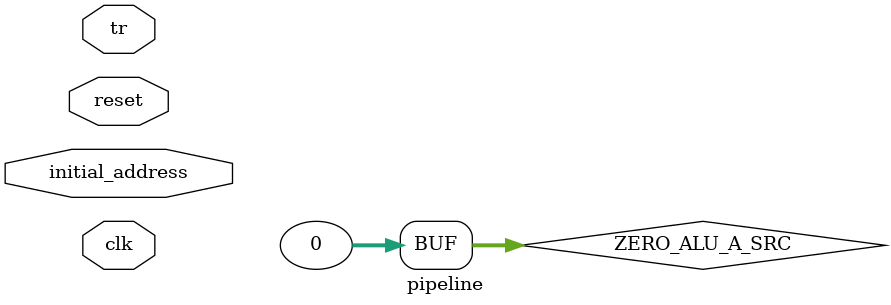
<source format=sv>
`include "../PC/pc.sv"
`include "../INSTRUCTION MEMORY/instruction_memory.sv"
`include "../UTILS/sum4.sv"
`include "../UTILS/mux.sv"
`include "../REGISTER FILE/register_file.sv"
`include "../IMM UNIT/imm_unit.sv"
`include "../DATA MEMORY/data_memory.sv"
`include "../CONTROL UNIT/control_unit.sv"
`include "../ALU/alu.sv"
`include "../DECODER/decoder.sv"
`include "../BRANCH UNIT/branch_unit.sv"
`include "../PIPELINE COMPONENTS/if_de.sv"
`include "../PIPELINE COMPONENTS/de_ex.sv"
`include "../PIPELINE COMPONENTS/ex_me.sv"
`include "../PIPELINE COMPONENTS/me_wb.sv"


module pipeline (
  input clk,
  input reset,
  input[31:0] initial_address,
  input tr //Poner en 1 tr si se quieren ver los registros.
);

  wire[31:0] NEXT_ADDRESS_PC;
  wire[31:0] ADDRESS_PC;
  wire[31:0] INSTRUCTION;
  wire[31:0] PC_PLUS_4;

  wire[6:0] OPCODE;
  wire[2:0] FUNCT3;
  wire[6:0] FUNCT7;
  wire[4:0] RS1;
  wire[4:0] RS2;
  wire[4:0] RD;
  wire[24:0] IMM_DATA;

  wire[31:0] REGISTER_DATA_1;
  wire[31:0] REGISTER_DATA_2;

  wire[31:0] IMM_EXT;

  wire RU_WRITE;
  wire[3:0] ALU_OP;
  wire[2:0] IMM_SRC;
  wire[1:0] ALU_A_SRC;
  wire ALU_B_SRC;
  wire DM_WRITE;
  wire[2:0] DM_CTRL;
  wire[4:0] BR_OP;
  wire[1:0] RU_DATA_SRC;

  wire[31:0] DATA_WRITE_REGISTER;

  reg[31:0] ZERO_ALU_A_SRC = 0;
  wire[31:0] A_DATA_ALU;
  wire[31:0] B_DATA_ALU;
  wire[31:0] RESULT_ALU;

  wire NEXT_PC_SRC;

  wire[31:0] DATA_MEMORY_READ;

  /*Pipeline wires*/

  wire[31:0] ADDRESS_PC_DE;
  wire[31:0] INSTRUCTION_DE;
  wire[31:0] PC_PLUS_4_DE;


  wire[31:0] PC_PLUS_4_EX;
  wire[31:0] ADDRESS_PC_EX;
  wire[31:0] REGISTER_DATA_1_EX;
  wire[31:0] REGISTER_DATA_2_EX;
  wire[31:0] IMM_EXT_EX;
  wire[4:0] RD_EX;
  wire[3:0] ALU_OP_EX;
  wire[1:0] ALU_A_SRC_EX;
  wire ALU_B_SRC_EX;
  wire DM_WRITE_EX;
  wire[2:0] DM_CTRL_EX;
  wire[4:0] BR_OP_EX;
  wire[1:0] RU_DATA_SRC_EX;
  wire RU_WRITE_EX;


  wire[31:0] PC_PLUS_4_ME;
  wire[31:0] RESULT_ALU_ME;
  wire[31:0] REGISTER_DATA_2_ME;
  wire[4:0] RD_ME;
  wire DM_WRITE_ME;
  wire[2:0] DM_CTRL_ME;
  wire[1:0] RU_DATA_SRC_ME;
  wire RU_WRITE_ME;

  wire[31:0] PC_PLUS_4_WB;
  wire[31:0] RESULT_ALU_WB;
  wire[31:0] DATA_MEMORY_READ_WB;
  wire[4:0] RD_WB;
  wire[1:0] RU_DATA_SRC_WB;
  wire RU_WRITE_WB;

  /*----------------------------------------------------------*/
  /*---------------------PIPELINE COMPONENTS-------------------*/

  if_de if_de(
    .incrementPCIn(PC_PLUS_4),
    .PCIn(ADDRESS_PC),
    .instructionIn(INSTRUCTION),
    .clk(clk),
    .PCOut(ADDRESS_PC_DE),
    .instructionOut(INSTRUCTION_DE),
    .incrementPCOut(PC_PLUS_4_DE)
  );

  de_ex de_ex(
    .incrementPCIn(PC_PLUS_4_DE),
    .PCIn(ADDRESS_PC_DE),
    .RS1In(REGISTER_DATA_1),
    .RS2In(REGISTER_DATA_2),
    .immExtIn(IMM_EXT),
    .rdIn(RD),
    .alu_opIn(ALU_OP),
    .alu_a_srcIn(ALU_A_SRC),
    .alu_b_srcIn(ALU_B_SRC),
    .dm_writeIn(DM_WRITE),
    .dm_ctrlIn(DM_CTRL),
    .br_opIn(BR_OP),
    .ru_data_srcIn(RU_DATA_SRC),
    .ru_writeIn(RU_WRITE),
    .clk(clk),

/*OUTPUT*/
    .incrementPCOut(PC_PLUS_4_EX),
    .PCOut(ADDRESS_PC_EX),
    .RS1Out(REGISTER_DATA_1_EX),
    .RS2Out(REGISTER_DATA_2_EX),
    .immExtOut(IMM_EXT_EX),
    .rdOut(RD_EX),
    .alu_opOut(ALU_OP_EX),
    .alu_a_srcOut(ALU_A_SRC_EX),
    .alu_b_srcOut(ALU_B_SRC_EX),
    .dm_writeOut(DM_WRITE_EX),
    .dm_ctrlOut(DM_CTRL_EX),
    .br_opOut(BR_OP_EX),
    .ru_data_srcOut(RU_DATA_SRC_EX),
    .ru_writeOut(RU_WRITE_EX)
  );
  
  ex_me ex_me(
    .incrementPCIn(PC_PLUS_4_EX),
    .ALUResIn(RESULT_ALU),
    .RS2In(REGISTER_DATA_2),
    .rdIn(RD),
    .dm_writeIn(DM_WRITE),
    .dm_ctrlIn(DM_CTRL),
    .ru_data_srcIn(RU_DATA_SRC),
    .ru_writeIn(RU_WRITE_EX),
    .clk(clk),

    .incrementPCOut(PC_PLUS_4_ME),
    .ALUResOut(RESULT_ALU_ME),
    .RS2Out(REGISTER_DATA_2_ME),
    .rdOut(RD_ME),
    .dm_writeOut(DM_WRITE_ME),
    .dm_ctrlOut(DM_CTRL_ME),
    .ru_data_srcOut(RU_DATA_SRC_ME),
    .ru_writeOut(RU_WRITE_ME) 
    );

  me_wb me_wb(
    .incrementPCIn(PC_PLUS_4_ME),
    .ALUResIn(RESULT_ALU_ME),
    .DMDataRdIn(DATA_MEMORY_READ),
    .rdIn(RD_ME),
    .ru_data_srcIn(RU_DATA_SRC_ME),
    .ru_writeIn(RU_WRITE_ME),
    .clk(clk),

    .incrementPCOut(PC_PLUS_4_WB),
    .ALUResOut(RESULT_ALU_WB),
    .DMDataRdOut(DATA_MEMORY_READ_WB),
    .rdOut(RD_WB),
    .ru_data_srcOut(RU_DATA_SRC_WB),
    .ru_writeOut(RU_WRITE_WB)
  );



  /*----------------------------------------------------------*/
  sum4 sum4(
    .input_1(ADDRESS_PC),
    .output_32(PC_PLUS_4)
  );

  instruction_memory #(1024, 32) instruction_memory(
    .address(ADDRESS_PC),
    .instruction(INSTRUCTION)
  );

  pc program_counter(
    .clk(clk),
    .reset(reset),
    .initial_address(initial_address),
    .next_address(NEXT_ADDRESS_PC),
    .address(ADDRESS_PC)
  );

  decoder decoder(
    .instruction(INSTRUCTION_DE),
    .opcode(OPCODE),
    .funct3(FUNCT3),
    .funct7(FUNCT7),
    .rs1(RS1),
    .rs2(RS2),
    .rd(RD),
    .immdata(IMM_DATA)
  );

  register_file register_file( //Poner en 1 tr si se quieren ver los registros.
    .clk(clk),
    .rs1(RS1),
    .rs2(RS2),
    .rd(RD_WB),
    .data(DATA_WRITE_REGISTER),
    .rs1Data(REGISTER_DATA_1),
    .rs2Data(REGISTER_DATA_2),
    .tr(tr),
    .writeEnable(RU_WRITE_WB)
  );

  imm_unit imm_unit(
    .imm(IMM_DATA),
    .immsrc(IMM_SRC),
    .immext(IMM_EXT)
  );

  control_unit control_unit(
    .opcode(OPCODE),
    .funct3(FUNCT3),
    .funct7(FUNCT7),
    .ru_write(RU_WRITE),
    .alu_op(ALU_OP),
    .imm_src(IMM_SRC),
    .alu_a_src(ALU_A_SRC),
    .alu_b_src(ALU_B_SRC),
    .dm_write(DM_WRITE),
    .dm_ctrl(DM_CTRL),
    .br_op(BR_OP),
    .ru_data_src(RU_DATA_SRC)
  );

  mux3to1 mux3to1_A(
    .input_1(REGISTER_DATA_1_EX),
    .input_2(ADDRESS_PC_EX),
    .input_3(ZERO_ALU_A_SRC),
    .select(ALU_A_SRC_EX),
    .output_32(A_DATA_ALU)
  );

  mux2to1 mux2to1_B(
    .input_1(REGISTER_DATA_2_EX),
    .input_2(IMM_EXT_EX),
    .select(ALU_B_SRC_EX),
    .output_32(B_DATA_ALU)
  );

  alu alu(
    .operand1(A_DATA_ALU),
    .operand2(B_DATA_ALU),
    .func3(ALU_OP_EX[2:0]),
    .subsra(ALU_OP_EX[3]),
    .result(RESULT_ALU)
  );

  branch_unit branch_unit(
    .rs1(REGISTER_DATA_1_EX),
    .rs2(REGISTER_DATA_2_EX),
    .br_op(BR_OP_EX),
    .jump(NEXT_PC_SRC)
  );

  mux2to1 mux2to1_PC(
    .input_1(PC_PLUS_4),
    .input_2(RESULT_ALU),
    .select(NEXT_PC_SRC),
    .output_32(NEXT_ADDRESS_PC)
  );

  data_memory data_memory(
    .address(RESULT_ALU_ME),
    .datawr(REGISTER_DATA_2_ME),
    .dmwr(DM_WRITE_ME),
    .dmctrl(DM_CTRL_ME),
    .datard(DATA_MEMORY_READ)
  );

  mux3to1 mux3to1(
    .input_1(RESULT_ALU_WB),
    .input_2(DATA_MEMORY_READ_WB),
    .input_3(PC_PLUS_4_WB),
    .select(RU_DATA_SRC_WB),
    .output_32(DATA_WRITE_REGISTER)
  );

  
endmodule
</source>
